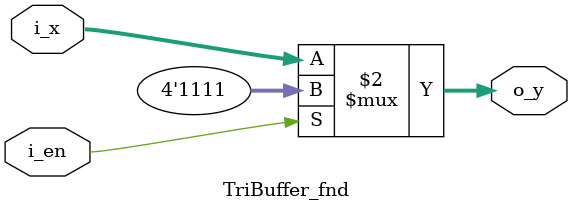
<source format=v>
`timescale 1ns / 1ps


module TriBuffer_fnd(
    input [3:0] i_x,
    input i_en,

    output [3:0] o_y
    );

    assign o_y = (i_en == 1'b0) ? i_x : 4'b1111;
endmodule

</source>
